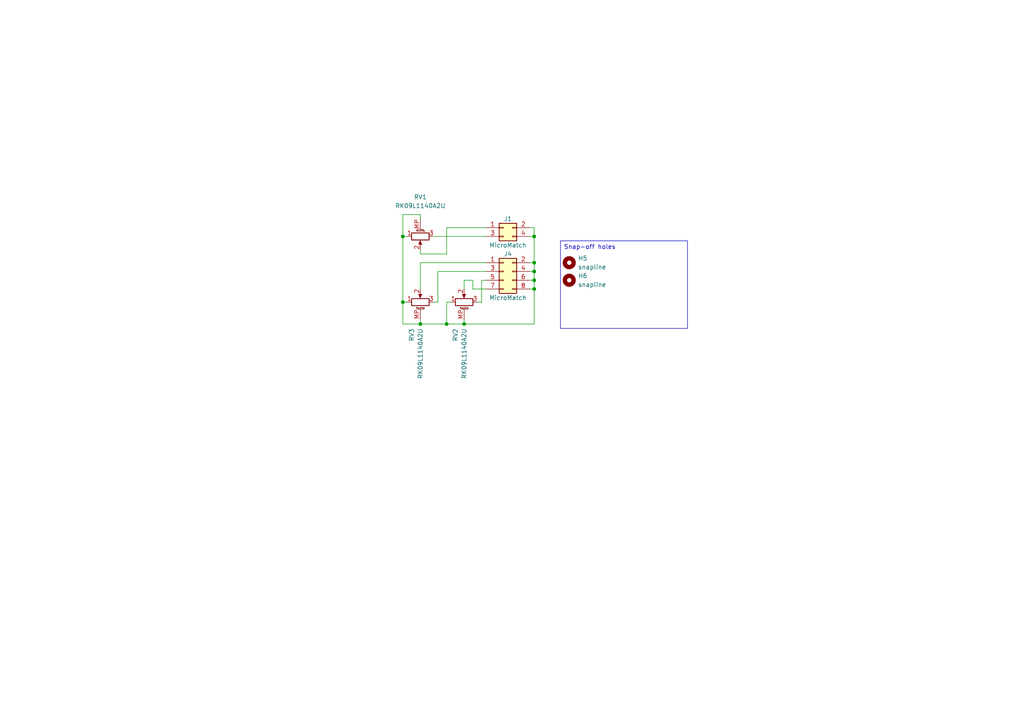
<source format=kicad_sch>
(kicad_sch (version 20231120) (generator "eeschema") (generator_version "8.0")
  (paper "A4")
  (title_block (title "Electronic crossover for 2.1 audio systems") (company "Haos Redro"))
  (lib_symbols
    (symbol "Connector_Generic:Conn_02x02_Odd_Even" (pin_names (offset 1.016) hide)
      (property "Reference" "J" (at 1.27 2.54 0))
      (property "Value" "Conn_02x02_Odd_Even" (at 1.27 -5.08 0))
      (symbol "Conn_02x02_Odd_Even_1_1"
        (rectangle (start -1.27 -2.413) (end 0 -2.667) (stroke (width 0.1524)))
        (rectangle (start -1.27 0.127) (end 0 -0.127) (stroke (width 0.1524)))
        (rectangle (start -1.27 1.27) (end 3.81 -3.81) (stroke (width 0.254)) (fill (type background)))
        (rectangle (start 3.81 -2.413) (end 2.54 -2.667) (stroke (width 0.1524)))
        (rectangle (start 3.81 0.127) (end 2.54 -0.127) (stroke (width 0.1524)))
        (pin passive line (at -5.08 0 0) (length 3.81) (name "Pin_1") (number "1"))
        (pin passive line (at 7.62 0 180) (length 3.81) (name "Pin_2") (number "2"))
        (pin passive line (at -5.08 -2.54 0) (length 3.81) (name "Pin_3") (number "3"))
        (pin passive line (at 7.62 -2.54 180) (length 3.81) (name "Pin_4") (number "4"))
      )
    )
    (symbol "Connector_Generic:Conn_02x04_Odd_Even" (pin_names (offset 1.016) hide)
      (property "Reference" "J" (at 1.27 5.08 0))
      (property "Value" "Conn_02x04_Odd_Even" (at 1.27 -7.62 0))
      (symbol "Conn_02x04_Odd_Even_1_1"
        (rectangle (start -1.27 -4.953) (end 0 -5.207) (stroke (width 0.1524)))
        (rectangle (start -1.27 -2.413) (end 0 -2.667) (stroke (width 0.1524)))
        (rectangle (start -1.27 0.127) (end 0 -0.127) (stroke (width 0.1524)))
        (rectangle (start -1.27 2.667) (end 0 2.413) (stroke (width 0.1524)))
        (rectangle (start -1.27 3.81) (end 3.81 -6.35) (stroke (width 0.254)) (fill (type background)))
        (rectangle (start 3.81 -4.953) (end 2.54 -5.207) (stroke (width 0.1524)))
        (rectangle (start 3.81 -2.413) (end 2.54 -2.667) (stroke (width 0.1524)))
        (rectangle (start 3.81 0.127) (end 2.54 -0.127) (stroke (width 0.1524)))
        (rectangle (start 3.81 2.667) (end 2.54 2.413) (stroke (width 0.1524)))
        (pin passive line (at -5.08 2.54 0) (length 3.81) (name "Pin_1") (number "1"))
        (pin passive line (at 7.62 2.54 180) (length 3.81) (name "Pin_2") (number "2"))
        (pin passive line (at -5.08 0 0) (length 3.81) (name "Pin_3") (number "3"))
        (pin passive line (at 7.62 0 180) (length 3.81) (name "Pin_4") (number "4"))
        (pin passive line (at -5.08 -2.54 0) (length 3.81) (name "Pin_5") (number "5"))
        (pin passive line (at 7.62 -2.54 180) (length 3.81) (name "Pin_6") (number "6"))
        (pin passive line (at -5.08 -5.08 0) (length 3.81) (name "Pin_7") (number "7"))
        (pin passive line (at 7.62 -5.08 180) (length 3.81) (name "Pin_8") (number "8"))
      )
    )
    (symbol "Device:R_Potentiometer_MountingPin" (pin_names (offset 1.016) hide)
      (property "Reference" "RV" (at -8.255 0 90))
      (property "Value" "R_Potentiometer_MountingPin" (at -6.35 0 90))
      (symbol "R_Potentiometer_MountingPin_0_1"
        (polyline (pts (xy 2.54 0) (xy 1.524 0)))
        (polyline (pts (xy 1.143 0) (xy 2.286 0.508) (xy 2.286 -0.508)) (fill (type outline)))
        (rectangle (start 1.016 2.54) (end -1.016 -2.54) (stroke (width 0.254)))
      )
      (symbol "R_Potentiometer_MountingPin_1_1"
        (polyline (pts (xy -2.032 1.016) (xy -2.032 -1.016)) (stroke (width 0.1524)))
        (text "Mounting" (at -1.651 0 900) (effects (font (size 0.381 0.381))))
        (pin passive line (at 0 3.81 270) (length 1.27) (name "1") (number "1"))
        (pin passive line (at 3.81 0 180) (length 1.27) (name "2") (number "2"))
        (pin passive line (at 0 -3.81 90) (length 1.27) (name "3") (number "3"))
        (pin passive line (at -5.08 0 0) (length 3.048) (name "MountPin") (number "MP"))
      )
    )
    (symbol "Mechanical:MountingHole" (pin_names (offset 1.016)) (exclude_from_sim yes) (in_bom no)
      (property "Reference" "H" (at 0 5.08 0))
      (property "Value" "MountingHole" (at 0 3.175 0))
      (symbol "MountingHole_0_1"
        (circle (center 0 0) (radius 1.27) (stroke (width 1.27)))
      )
    )
  )
  (junction (at 121.92 93.98))
  (junction (at 134.62 93.98))
  (junction (at 116.84 87.63))
  (junction (at 154.94 68.58))
  (junction (at 154.94 76.2))
  (junction (at 116.84 68.58))
  (junction (at 129.54 93.98))
  (junction (at 154.94 81.28))
  (junction (at 154.94 83.82))
  (junction (at 154.94 78.74))
  (wire (pts (xy 121.92 76.2) (xy 140.97 76.2)))
  (wire (pts (xy 154.94 83.82) (xy 154.94 93.98)))
  (wire (pts (xy 153.67 66.04) (xy 154.94 66.04)))
  (wire (pts (xy 125.73 87.63) (xy 127 87.63)))
  (wire (pts (xy 153.67 81.28) (xy 154.94 81.28)))
  (wire (pts (xy 153.67 76.2) (xy 154.94 76.2)))
  (wire (pts (xy 129.54 87.63) (xy 129.54 93.98)))
  (wire (pts (xy 116.84 87.63) (xy 116.84 93.98)))
  (wire (pts (xy 134.62 81.28) (xy 134.62 83.82)))
  (wire (pts (xy 116.84 62.23) (xy 116.84 68.58)))
  (wire (pts (xy 154.94 83.82) (xy 154.94 81.28)))
  (wire (pts (xy 130.81 87.63) (xy 129.54 87.63)))
  (wire (pts (xy 153.67 68.58) (xy 154.94 68.58)))
  (wire (pts (xy 134.62 92.71) (xy 134.62 93.98)))
  (wire (pts (xy 154.94 81.28) (xy 154.94 78.74)))
  (wire (pts (xy 134.62 93.98) (xy 154.94 93.98)))
  (wire (pts (xy 121.92 93.98) (xy 121.92 92.71)))
  (wire (pts (xy 140.97 83.82) (xy 137.16 83.82)))
  (wire (pts (xy 116.84 68.58) (xy 118.11 68.58)))
  (wire (pts (xy 137.16 81.28) (xy 134.62 81.28)))
  (wire (pts (xy 118.11 87.63) (xy 116.84 87.63)))
  (wire (pts (xy 121.92 63.5) (xy 121.92 62.23)))
  (wire (pts (xy 121.92 72.39) (xy 121.92 73.66)))
  (wire (pts (xy 139.7 81.28) (xy 140.97 81.28)))
  (wire (pts (xy 129.54 66.04) (xy 129.54 73.66)))
  (wire (pts (xy 153.67 83.82) (xy 154.94 83.82)))
  (wire (pts (xy 129.54 93.98) (xy 121.92 93.98)))
  (wire (pts (xy 121.92 62.23) (xy 116.84 62.23)))
  (wire (pts (xy 121.92 76.2) (xy 121.92 83.82)))
  (wire (pts (xy 125.73 68.58) (xy 140.97 68.58)))
  (wire (pts (xy 153.67 78.74) (xy 154.94 78.74)))
  (wire (pts (xy 138.43 87.63) (xy 139.7 87.63)))
  (wire (pts (xy 139.7 81.28) (xy 139.7 87.63)))
  (wire (pts (xy 140.97 66.04) (xy 129.54 66.04)))
  (wire (pts (xy 116.84 93.98) (xy 121.92 93.98)))
  (wire (pts (xy 154.94 78.74) (xy 154.94 76.2)))
  (wire (pts (xy 121.92 73.66) (xy 129.54 73.66)))
  (wire (pts (xy 137.16 83.82) (xy 137.16 81.28)))
  (wire (pts (xy 134.62 93.98) (xy 129.54 93.98)))
  (wire (pts (xy 140.97 78.74) (xy 127 78.74)))
  (wire (pts (xy 154.94 66.04) (xy 154.94 68.58)))
  (wire (pts (xy 154.94 68.58) (xy 154.94 76.2)))
  (wire (pts (xy 127 78.74) (xy 127 87.63)))
  (wire (pts (xy 116.84 87.63) (xy 116.84 68.58)))
  (text_box "Snap-off holes" (at 162.56 69.85 0) (size 36.83 25.4) (effects (font (size 1.27 1.27)) (justify left top)))
  (symbol (lib_id "Device:R_Potentiometer_MountingPin") (at 121.92 87.63 90) (unit 1)
    (property "Reference" "RV3" (at 119.38 95.25 0) (effects (justify right)))
    (property "Value" "RK09L1140A2U" (at 121.92 95.25 0) (effects (justify right)))
    (property "Footprint" "Potentiometer_THT:Potentiometer_Alps_RK09L_Single_Vertical" (effects (hide yes)))
    (property "Description" "Potentiometer with a mounting pin" (effects (hide yes)))
  )
  (symbol (lib_id "Device:R_Potentiometer_MountingPin") (at 121.92 68.58 90) (mirror x) (unit 1)
    (property "Reference" "RV1" (at 121.92 57.15 90))
    (property "Value" "RK09L1140A2U" (at 121.92 59.69 90))
    (property "Footprint" "Potentiometer_THT:Potentiometer_Alps_RK09L_Single_Vertical" (effects (hide yes)))
    (property "Description" "Potentiometer with a mounting pin" (effects (hide yes)))
  )
  (symbol (lib_id "Mechanical:MountingHole") (at 165.1 81.28 0) (unit 1) (exclude_from_sim yes) (in_bom no)
    (property "Reference" "H6" (at 167.64 80.0099 0) (effects (justify left)))
    (property "Value" "snapline" (at 167.64 82.5499 0) (effects (justify left)))
    (property "Footprint" "HR_Parts:SNAPOFF_5x0.6_P1.2" (effects (hide yes)))
    (property "Description" "Mounting Hole without connection" (effects (hide yes)))
  )
  (symbol (lib_id "Connector_Generic:Conn_02x04_Odd_Even") (at 146.05 78.74 0) (unit 1)
    (property "Reference" "J4" (at 147.32 73.66 0))
    (property "Value" "MicroMatch" (at 147.32 86.36 0))
    (property "Footprint" "Connector_TE-Connectivity:TE_Micro-MaTch_215079-8_2x04_P1.27mm_Vertical" (effects (hide yes)))
    (property "Description" "Generic connector, double row, 02x04, odd/even pin numbering scheme (row 1 odd numbers, row 2 even numbers), script generated (kicad-library-utils/schlib/autogen/connector/)" (effects (hide yes)))
  )
  (symbol (lib_id "Connector_Generic:Conn_02x02_Odd_Even") (at 146.05 66.04 0) (unit 1)
    (property "Reference" "J1" (at 147.32 63.5 0))
    (property "Value" "MicroMatch" (at 147.32 71.12 0))
    (property "Footprint" "Connector_TE-Connectivity:TE_Micro-MaTch_215079-4_2x02_P1.27mm_Vertical" (effects (hide yes)))
    (property "Description" "Generic connector, double row, 02x02, odd/even pin numbering scheme (row 1 odd numbers, row 2 even numbers), script generated (kicad-library-utils/schlib/autogen/connector/)" (effects (hide yes)))
  )
  (symbol (lib_id "Mechanical:MountingHole") (at 165.1 76.2 0) (unit 1) (exclude_from_sim yes) (in_bom no)
    (property "Reference" "H5" (at 167.64 74.9299 0) (effects (justify left)))
    (property "Value" "snapline" (at 167.64 77.4699 0) (effects (justify left)))
    (property "Footprint" "HR_Parts:SNAPOFF_5x0.6_P1.2" (effects (hide yes)))
    (property "Description" "Mounting Hole without connection" (effects (hide yes)))
  )
  (symbol (lib_id "Device:R_Potentiometer_MountingPin") (at 134.62 87.63 90) (unit 1)
    (property "Reference" "RV2" (at 132.08 95.25 0) (effects (justify right)))
    (property "Value" "RK09L1140A2U" (at 134.62 95.25 0) (effects (justify right)))
    (property "Footprint" "Potentiometer_THT:Potentiometer_Alps_RK09L_Single_Vertical" (effects (hide yes)))
    (property "Description" "Potentiometer with a mounting pin" (effects (hide yes)))
  )
)
</source>
